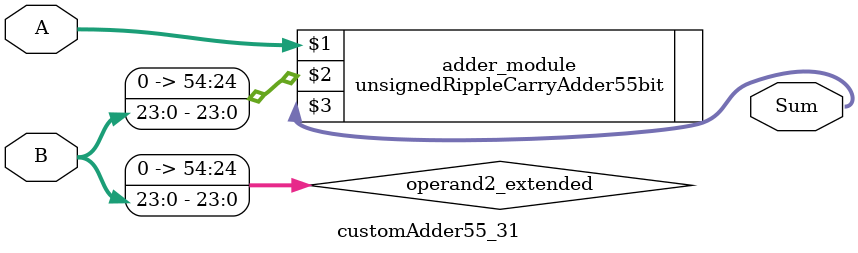
<source format=v>
module customAdder55_31(
                        input [54 : 0] A,
                        input [23 : 0] B,
                        
                        output [55 : 0] Sum
                );

        wire [54 : 0] operand2_extended;
        
        assign operand2_extended =  {31'b0, B};
        
        unsignedRippleCarryAdder55bit adder_module(
            A,
            operand2_extended,
            Sum
        );
        
        endmodule
        
</source>
